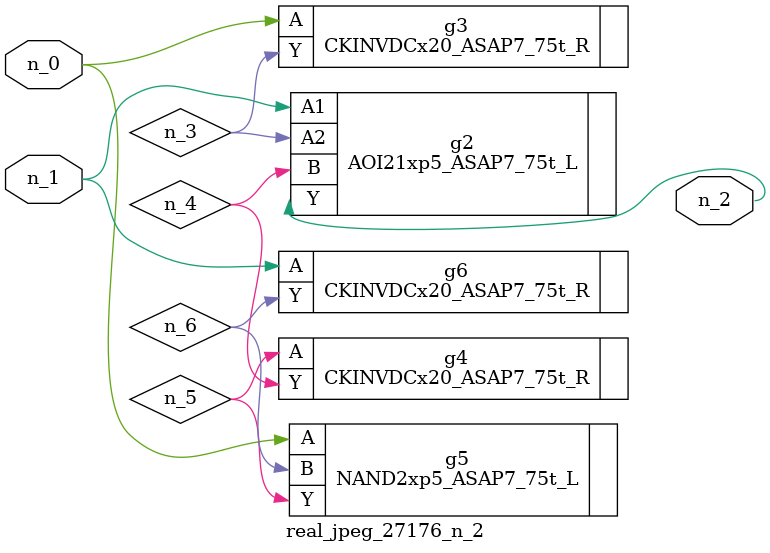
<source format=v>
module real_jpeg_27176_n_2 (n_1, n_0, n_2);

input n_1;
input n_0;

output n_2;

wire n_5;
wire n_4;
wire n_6;
wire n_3;

CKINVDCx20_ASAP7_75t_R g3 ( 
.A(n_0),
.Y(n_3)
);

NAND2xp5_ASAP7_75t_L g5 ( 
.A(n_0),
.B(n_6),
.Y(n_5)
);

AOI21xp5_ASAP7_75t_L g2 ( 
.A1(n_1),
.A2(n_3),
.B(n_4),
.Y(n_2)
);

CKINVDCx20_ASAP7_75t_R g6 ( 
.A(n_1),
.Y(n_6)
);

CKINVDCx20_ASAP7_75t_R g4 ( 
.A(n_5),
.Y(n_4)
);


endmodule
</source>
